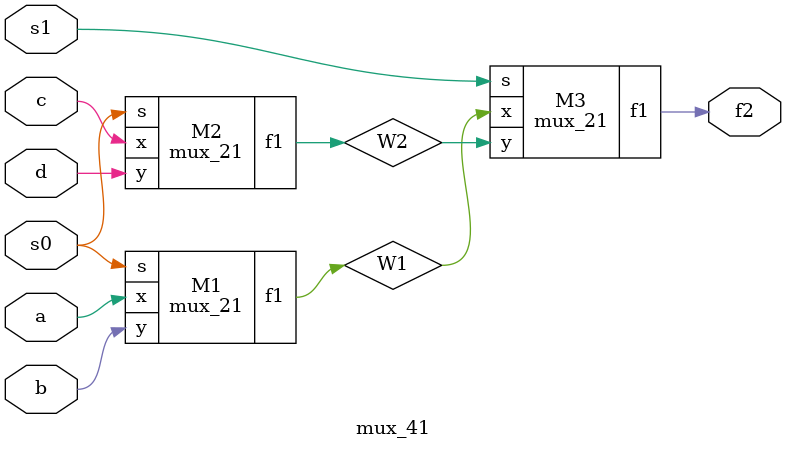
<source format=v>
module mux_21(x,y,s,f1);
input x,y,s;
output f1;
assign f1= s? x:y;
endmodule

module mux_41(a,b,c,d,s0,s1,f2);
input a,b,c,d,s0,s1;
output f2;
wire W1,W2;
mux_21 M1(a,b,s0,W1);
mux_21 M2(c,d,s0,W2);
mux_21 M3(W1,W2,s1,f2);
endmodule
</source>
